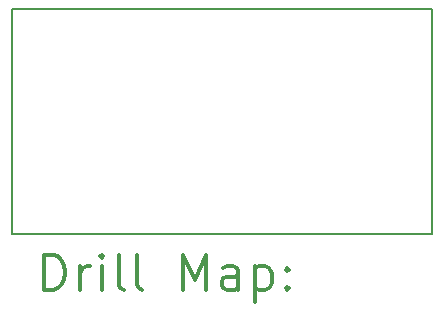
<source format=gbr>
%FSLAX45Y45*%
G04 Gerber Fmt 4.5, Leading zero omitted, Abs format (unit mm)*
G04 Created by KiCad (PCBNEW (5.0.0)) date 09/08/18 20:17:46*
%MOMM*%
%LPD*%
G01*
G04 APERTURE LIST*
%ADD10C,0.200000*%
%ADD11C,0.300000*%
G04 APERTURE END LIST*
D10*
X9906000Y-9779000D02*
X9906000Y-7874000D01*
X13462000Y-9779000D02*
X9906000Y-9779000D01*
X13462000Y-7874000D02*
X13462000Y-9779000D01*
X9906000Y-7874000D02*
X13462000Y-7874000D01*
D10*
D11*
X10182428Y-10254714D02*
X10182428Y-9954714D01*
X10253857Y-9954714D01*
X10296714Y-9969000D01*
X10325286Y-9997572D01*
X10339571Y-10026143D01*
X10353857Y-10083286D01*
X10353857Y-10126143D01*
X10339571Y-10183286D01*
X10325286Y-10211857D01*
X10296714Y-10240429D01*
X10253857Y-10254714D01*
X10182428Y-10254714D01*
X10482428Y-10254714D02*
X10482428Y-10054714D01*
X10482428Y-10111857D02*
X10496714Y-10083286D01*
X10511000Y-10069000D01*
X10539571Y-10054714D01*
X10568143Y-10054714D01*
X10668143Y-10254714D02*
X10668143Y-10054714D01*
X10668143Y-9954714D02*
X10653857Y-9969000D01*
X10668143Y-9983286D01*
X10682428Y-9969000D01*
X10668143Y-9954714D01*
X10668143Y-9983286D01*
X10853857Y-10254714D02*
X10825286Y-10240429D01*
X10811000Y-10211857D01*
X10811000Y-9954714D01*
X11011000Y-10254714D02*
X10982428Y-10240429D01*
X10968143Y-10211857D01*
X10968143Y-9954714D01*
X11353857Y-10254714D02*
X11353857Y-9954714D01*
X11453857Y-10169000D01*
X11553857Y-9954714D01*
X11553857Y-10254714D01*
X11825286Y-10254714D02*
X11825286Y-10097572D01*
X11811000Y-10069000D01*
X11782428Y-10054714D01*
X11725286Y-10054714D01*
X11696714Y-10069000D01*
X11825286Y-10240429D02*
X11796714Y-10254714D01*
X11725286Y-10254714D01*
X11696714Y-10240429D01*
X11682428Y-10211857D01*
X11682428Y-10183286D01*
X11696714Y-10154714D01*
X11725286Y-10140429D01*
X11796714Y-10140429D01*
X11825286Y-10126143D01*
X11968143Y-10054714D02*
X11968143Y-10354714D01*
X11968143Y-10069000D02*
X11996714Y-10054714D01*
X12053857Y-10054714D01*
X12082428Y-10069000D01*
X12096714Y-10083286D01*
X12111000Y-10111857D01*
X12111000Y-10197572D01*
X12096714Y-10226143D01*
X12082428Y-10240429D01*
X12053857Y-10254714D01*
X11996714Y-10254714D01*
X11968143Y-10240429D01*
X12239571Y-10226143D02*
X12253857Y-10240429D01*
X12239571Y-10254714D01*
X12225286Y-10240429D01*
X12239571Y-10226143D01*
X12239571Y-10254714D01*
X12239571Y-10069000D02*
X12253857Y-10083286D01*
X12239571Y-10097572D01*
X12225286Y-10083286D01*
X12239571Y-10069000D01*
X12239571Y-10097572D01*
M02*

</source>
